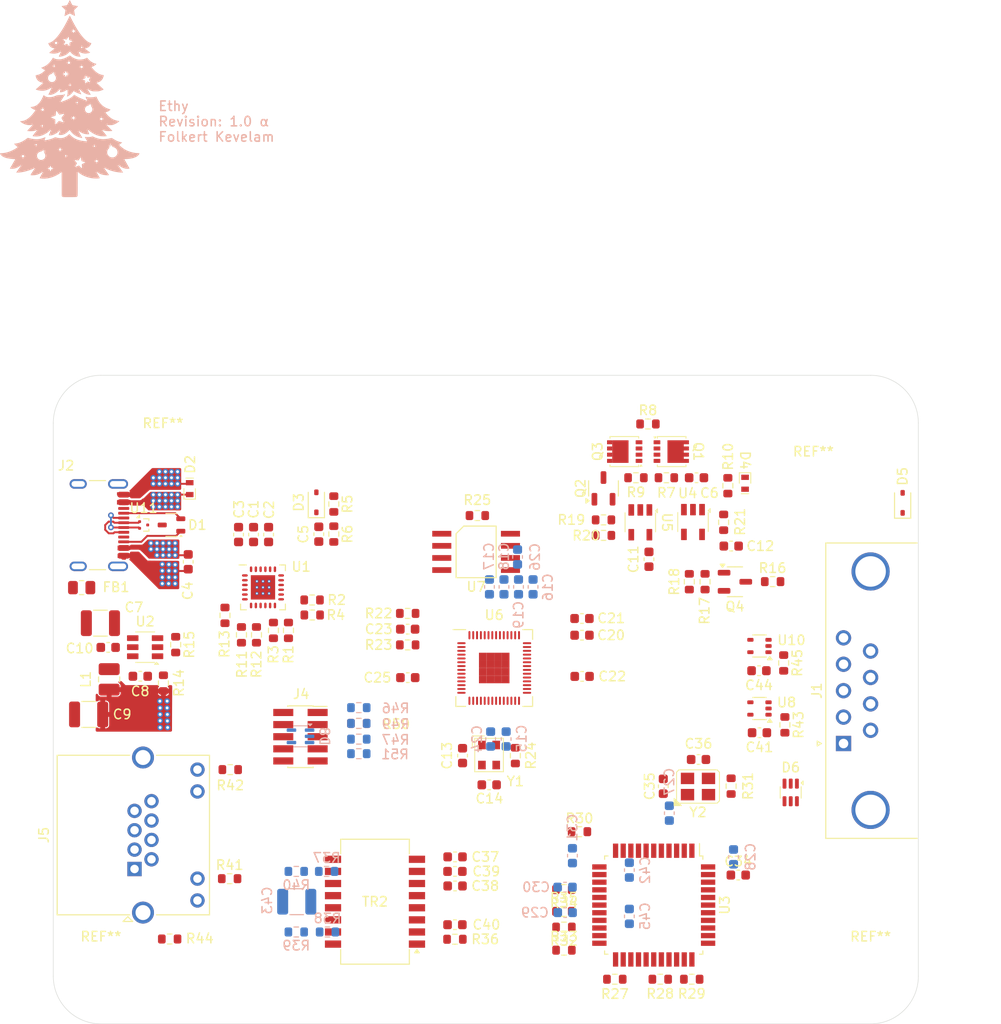
<source format=kicad_pcb>
(kicad_pcb
	(version 20241229)
	(generator "pcbnew")
	(generator_version "9.0")
	(general
		(thickness 1.6)
		(legacy_teardrops no)
	)
	(paper "A4")
	(layers
		(0 "F.Cu" signal)
		(4 "In1.Cu" signal)
		(6 "In2.Cu" signal)
		(2 "B.Cu" signal)
		(9 "F.Adhes" user "F.Adhesive")
		(11 "B.Adhes" user "B.Adhesive")
		(13 "F.Paste" user)
		(15 "B.Paste" user)
		(5 "F.SilkS" user "F.Silkscreen")
		(7 "B.SilkS" user "B.Silkscreen")
		(1 "F.Mask" user)
		(3 "B.Mask" user)
		(17 "Dwgs.User" user "User.Drawings")
		(19 "Cmts.User" user "User.Comments")
		(21 "Eco1.User" user "User.Eco1")
		(23 "Eco2.User" user "User.Eco2")
		(25 "Edge.Cuts" user)
		(27 "Margin" user)
		(31 "F.CrtYd" user "F.Courtyard")
		(29 "B.CrtYd" user "B.Courtyard")
		(35 "F.Fab" user)
		(33 "B.Fab" user)
		(39 "User.1" user)
		(41 "User.2" user)
		(43 "User.3" user)
		(45 "User.4" user)
	)
	(setup
		(stackup
			(layer "F.SilkS"
				(type "Top Silk Screen")
			)
			(layer "F.Paste"
				(type "Top Solder Paste")
			)
			(layer "F.Mask"
				(type "Top Solder Mask")
				(thickness 0.01)
			)
			(layer "F.Cu"
				(type "copper")
				(thickness 0.035)
			)
			(layer "dielectric 1"
				(type "prepreg")
				(thickness 0.1)
				(material "FR4")
				(epsilon_r 4.5)
				(loss_tangent 0.02)
			)
			(layer "In1.Cu"
				(type "copper")
				(thickness 0.035)
			)
			(layer "dielectric 2"
				(type "core")
				(thickness 1.24)
				(material "FR4")
				(epsilon_r 4.5)
				(loss_tangent 0.02)
			)
			(layer "In2.Cu"
				(type "copper")
				(thickness 0.035)
			)
			(layer "dielectric 3"
				(type "prepreg")
				(thickness 0.1)
				(material "FR4")
				(epsilon_r 4.5)
				(loss_tangent 0.02)
			)
			(layer "B.Cu"
				(type "copper")
				(thickness 0.035)
			)
			(layer "B.Mask"
				(type "Bottom Solder Mask")
				(thickness 0.01)
			)
			(layer "B.Paste"
				(type "Bottom Solder Paste")
			)
			(layer "B.SilkS"
				(type "Bottom Silk Screen")
			)
			(copper_finish "None")
			(dielectric_constraints no)
		)
		(pad_to_mask_clearance 0)
		(allow_soldermask_bridges_in_footprints no)
		(tenting front back)
		(pcbplotparams
			(layerselection 0x00000000_00000000_55555555_5755f5ff)
			(plot_on_all_layers_selection 0x00000000_00000000_00000000_00000000)
			(disableapertmacros no)
			(usegerberextensions no)
			(usegerberattributes yes)
			(usegerberadvancedattributes yes)
			(creategerberjobfile yes)
			(dashed_line_dash_ratio 12.000000)
			(dashed_line_gap_ratio 3.000000)
			(svgprecision 4)
			(plotframeref no)
			(mode 1)
			(useauxorigin no)
			(hpglpennumber 1)
			(hpglpenspeed 20)
			(hpglpendiameter 15.000000)
			(pdf_front_fp_property_popups yes)
			(pdf_back_fp_property_popups yes)
			(pdf_metadata yes)
			(pdf_single_document no)
			(dxfpolygonmode yes)
			(dxfimperialunits yes)
			(dxfusepcbnewfont yes)
			(psnegative no)
			(psa4output no)
			(plot_black_and_white yes)
			(sketchpadsonfab no)
			(plotpadnumbers no)
			(hidednponfab no)
			(sketchdnponfab yes)
			(crossoutdnponfab yes)
			(subtractmaskfromsilk no)
			(outputformat 1)
			(mirror no)
			(drillshape 0)
			(scaleselection 1)
			(outputdirectory "output/")
		)
	)
	(net 0 "")
	(net 1 "/Power/2v7")
	(net 2 "GND")
	(net 3 "Net-(U1-VREG_1V2)")
	(net 4 "Net-(U1-VDD)")
	(net 5 "/Power/Vbus")
	(net 6 "Net-(D3-K)")
	(net 7 "Net-(C6-Pad1)")
	(net 8 "+VDC")
	(net 9 "Net-(U2-CB)")
	(net 10 "Net-(U2-SW)")
	(net 11 "+3V3")
	(net 12 "Net-(U6-Xin)")
	(net 13 "Net-(C14-Pad2)")
	(net 14 "+1V1")
	(net 15 "Net-(U3-Vcap)")
	(net 16 "Net-(U3-OSC1)")
	(net 17 "Net-(C36-Pad1)")
	(net 18 "MAG_IN+")
	(net 19 "TPIN+")
	(net 20 "MAG_IN-")
	(net 21 "TPIN-")
	(net 22 "MAG_IN_Center")
	(net 23 "MAG_OUT_Center")
	(net 24 "Net-(C43-Pad2)")
	(net 25 "GNDPWR")
	(net 26 "/Power/CC2")
	(net 27 "/Power/CC1")
	(net 28 "Net-(D5-K)")
	(net 29 "DATA_LED")
	(net 30 "sense_2_proc")
	(net 31 "sense_1_proc")
	(net 32 "CLK_LED")
	(net 33 "/P3")
	(net 34 "/P4")
	(net 35 "/P2")
	(net 36 "/P1")
	(net 37 "Net-(J2-SHIELD)")
	(net 38 "Net-(U11-D+)")
	(net 39 "Net-(U11-D-)")
	(net 40 "RX+")
	(net 41 "TX-")
	(net 42 "Net-(J5-Pad10)")
	(net 43 "Net-(J5-Pad7)")
	(net 44 "Net-(J5-Pad4)")
	(net 45 "RX-")
	(net 46 "Net-(J5-Pad12)")
	(net 47 "TX+")
	(net 48 "Net-(Q1-Pad4)")
	(net 49 "Net-(Q2-G)")
	(net 50 "Net-(Q2-D)")
	(net 51 "Net-(Q4-D)")
	(net 52 "Net-(Q4-G)")
	(net 53 "Net-(U1-ADDR0)")
	(net 54 "Net-(U1-ADDR1)")
	(net 55 "Net-(U1-VBUS_VS_DISCH)")
	(net 56 "/Power/DISCH")
	(net 57 "SCL")
	(net 58 "SDA")
	(net 59 "RESET")
	(net 60 "Net-(U2-FB)")
	(net 61 "Discharge")
	(net 62 "Net-(R20-Pad2)")
	(net 63 "Net-(U1-VBUS_EN_SNK)")
	(net 64 "D-")
	(net 65 "D+")
	(net 66 "Net-(U6-Xout)")
	(net 67 "Net-(U6-QSPI_SS_N)")
	(net 68 "~{INT}")
	(net 69 "Net-(U3-PSPCFG0)")
	(net 70 "Net-(U3-Rbias)")
	(net 71 "Net-(U3-OSC2)")
	(net 72 "MAG_OUT+")
	(net 73 "MAG_OUT-")
	(net 74 "Net-(TR2-C_RX)")
	(net 75 "Net-(TR2-C_TX)")
	(net 76 "LED_B")
	(net 77 "LED_A")
	(net 78 "Net-(U6-SWCLK)")
	(net 79 "unconnected-(U1-POWER_OK3-Pad14)")
	(net 80 "unconnected-(U1-A_B_SIDE-Pad17)")
	(net 81 "unconnected-(U1-POWER_OK2-Pad20)")
	(net 82 "ALERT")
	(net 83 "unconnected-(U1-NC-Pad3)")
	(net 84 "unconnected-(U1-Attach-Pad11)")
	(net 85 "unconnected-(U1-GPIO-Pad15)")
	(net 86 "Net-(U3-AD3)")
	(net 87 "Net-(U3-AD12)")
	(net 88 "Net-(U3-AD14)")
	(net 89 "Net-(U3-AD10)")
	(net 90 "Net-(U3-AD5)")
	(net 91 "Net-(U3-AD9)")
	(net 92 "Net-(U3-AD4)")
	(net 93 "unconnected-(U3-CLKOUT-Pad23)")
	(net 94 "Net-(U3-AD2)")
	(net 95 "Net-(U3-AD11)")
	(net 96 "Net-(U3-AD8)")
	(net 97 "Net-(U3-AD13)")
	(net 98 "Net-(U3-AD1)")
	(net 99 "Net-(U3-AD0)")
	(net 100 "Net-(U3-AD6)")
	(net 101 "Net-(U3-AD7)")
	(net 102 "Net-(U4-Pad4)")
	(net 103 "Enable")
	(net 104 "Net-(U6-QSPI_SD2)")
	(net 105 "Net-(U6-QSPI_SD1)")
	(net 106 "MEAS_1")
	(net 107 "MEAS_2")
	(net 108 "Net-(U6-QSPI_SD3)")
	(net 109 "Net-(U6-QSPI_SCLK)")
	(net 110 "Net-(U6-QSPI_SD0)")
	(net 111 "Net-(U3-SI{slash}RD{slash}R~{W})")
	(net 112 "Net-(U3-~{CS}{slash}CS)")
	(net 113 "Net-(U3-SO{slash}WR{slash}EN)")
	(net 114 "Net-(U3-SCK{slash}AL)")
	(footprint "Resistor_SMD:R_0603_1608Metric" (layer "F.Cu") (at 110.00095 93.16895 -90))
	(footprint "Capacitor_SMD:C_0603_1608Metric" (layer "F.Cu") (at 159.6514 108.2806 180))
	(footprint "Resistor_SMD:R_0603_1608Metric" (layer "F.Cu") (at 111.72815 95.21315 90))
	(footprint "Capacitor_SMD:C_1210_3225Metric" (layer "F.Cu") (at 95.7054 103.5558 180))
	(footprint "Resistor_SMD:R_0603_1608Metric" (layer "F.Cu") (at 145.542 125.857 180))
	(footprint "Pyllr_Package_DFN_QFN:QFN-56_1EP_7.75x7.75mm_P0.4mm_3.2x3.2mm" (layer "F.Cu") (at 138.23 98.6875))
	(footprint "Resistor_SMD:R_0603_1608Metric" (layer "F.Cu") (at 121.412 84.645 -90))
	(footprint "Capacitor_SMD:C_0603_1608Metric" (layer "F.Cu") (at 137.7028 110.9361))
	(footprint "Capacitor_SMD:C_0603_1608Metric" (layer "F.Cu") (at 134.9088 107.8751 90))
	(footprint "Capacitor_SMD:C_0603_1608Metric" (layer "F.Cu") (at 134.125 118.491 180))
	(footprint "Resistor_SMD:R_0603_1608Metric" (layer "F.Cu") (at 160.3361 89.6404 -90))
	(footprint "Capacitor_SMD:C_0603_1608Metric" (layer "F.Cu") (at 163.078 85.9028 180))
	(footprint "Capacitor_SMD:C_0603_1608Metric" (layer "F.Cu") (at 134.112 120.015 180))
	(footprint "Pyllr_Package_Crystal:CFPX-180" (layer "F.Cu") (at 159.5954 111.1136))
	(footprint "Capacitor_SMD:C_0603_1608Metric" (layer "F.Cu") (at 147.447 99.568))
	(footprint "Resistor_SMD:R_0603_1608Metric" (layer "F.Cu") (at 153.0908 78.74))
	(footprint "MountingHole:MountingHole_3.2mm_M3" (layer "F.Cu") (at 97 73))
	(footprint "Resistor_SMD:R_0603_1608Metric" (layer "F.Cu") (at 154.3486 73.1012))
	(footprint "Connector_Dsub:DSUB-9_Pins_Horizontal_P2.77x2.84mm_EdgePinOffset4.94mm_Housed_MountingHolesOffset4.94mm" (layer "F.Cu") (at 174.8536 106.6066 90))
	(footprint "Pyllr_Package_SO:SOIC-8_5.28x5.28mm_P1.27mm" (layer "F.Cu") (at 136.333 86.5145))
	(footprint "Capacitor_SMD:C_0603_1608Metric" (layer "F.Cu") (at 112.99815 84.69755 90))
	(footprint "Package_TO_SOT_SMD:SOT-353_SC-70-5" (layer "F.Cu") (at 166.0398 102.934 180))
	(footprint "Resistor_SMD:R_0603_1608Metric" (layer "F.Cu") (at 103.5462 100.2758 90))
	(footprint "Resistor_SMD:R_0603_1608Metric" (layer "F.Cu") (at 145.542 128.27))
	(footprint "Resistor_SMD:R_0603_1608Metric" (layer "F.Cu") (at 145.529 121.92 180))
	(footprint "Capacitor_SMD:C_0603_1608Metric" (layer "F.Cu") (at 166.0398 105.474))
	(footprint "Capacitor_SMD:C_0603_1608Metric" (layer "F.Cu") (at 155.9554 111.0876 90))
	(footprint "Package_TO_SOT_SMD:SOT-353_SC-70-5" (layer "F.Cu") (at 166.0398 96.3808 180))
	(footprint "Resistor_SMD:R_0603_1608Metric" (layer "F.Cu") (at 158.6851 89.6404 -90))
	(footprint "Resistor_SMD:R_0603_1608Metric" (layer "F.Cu") (at 113.30295 95.21315 90))
	(footprint "Capacitor_SMD:C_0603_1608Metric" (layer "F.Cu") (at 111.42335 84.69755 90))
	(footprint "Capacitor_SMD:C_0603_1608Metric" (layer "F.Cu") (at 154.455 87.2868 -90))
	(footprint "Resistor_SMD:R_0603_1608Metric" (layer "F.Cu") (at 162.2856 83.4136 90))
	(footprint "Diode_SMD:D_SOD-323" (layer "F.Cu") (at 119.5832 81.3212 90))
	(footprint "Capacitor_SMD:C_0603_1608Metric" (layer "F.Cu") (at 119.8372 84.6572 -90))
	(footprint "MountingHole:MountingHole_3.2mm_M3" (layer "F.Cu") (at 97 131))
	(footprint "Capacitor_SMD:C_0603_1608Metric" (layer "F.Cu") (at 159.4416 78.74))
	(footprint "Capacitor_SMD:C_0603_1608Metric" (layer "F.Cu") (at 101.122 99.5528 180))
	(footprint "Resistor_SMD:R_0603_1608Metric" (layer "F.Cu") (at 155.638 131.318))
	(footprint "Pyllr_Package_TO_SOT_SMD:SOT23-5_2.6W" (layer "F.Cu") (at 153.548 83.4136 -90))
	(footprint "MountingHole:MountingHole_3.2mm_M3" (layer "F.Cu") (at 177.7 131))
	(footprint "Package_TO_SOT_SMD:SOT-23-3"
		(layer "F.Cu")
		(uuid "595fccf9-0fb5-4a91-9cfd-c5b02b1ec67d")
		(at 163.4665 89.6468)
		(descr "SOT, 3 Pin (JEDEC MO-178 inferred 3-pin variant https://www.jedec.org/document_search?search_api_views_fulltext=MO-178), generated with kicad-footprint-generator ipc_gullwing_generator.py")
		(tags "SOT TO_SOT_SMD")
		(property "Reference" "Q4"
			(at 0 2.606 0)
			(layer "F.SilkS")
			(uuid "cdeeacca-3927-4586-bc21-7eefd0829ae2")
			(effects
				(font
					(size 1 1)
					(thickness 0.15)
				)
			)
		)
		(property "Value" "Q_NMOS_GSD"
			(at 0 2.4 0)
			(layer "F.Fab")
			(uuid "e82fad7c-c234-41d4-ab8b-1ac60c6014b2")
			(effects
				(font
					(size 1 1)
					(thickness 0.15)
				)
			)
		)
		(property "Datasheet" ""
			(at 0 0 0)
			(layer "F.Fab")
			(hide yes)
			(uuid "1f90f61c-c6c0-4fec-9d92-b094306e6c98")
			(effects
				(font
					(size 1.27 1.27)
					(thickness 0.15)
				)
			)
		)
		(property "Description" "N-MOSFET transistor, gate/source/drain"
			(at 0 0 0)
			(layer "F.Fab")
			(hide yes)
			(uuid "81f5fa27-401c-459d-aee6-6350b1255c6a")
			(effects
				(font
					(size 1.27 1.27)
					(thickness 0.15)
				)
			)
		)
		(path "/3cc02aed-43c7-4ac6-b541-bd023de3d8a7/d02102c3-abcb-4232-bf44-e35ef7b6b3c5")
		(sheetname "/Power/")
		(sheetfile "Power.kicad_sch")
		(attr smd)
		(fp_line
			(start 0 -1.56)
			(end -0.8 -1.56)
			(stroke
				(width 0.12)
				(type solid)
			)
			(layer "F.SilkS")
			(uuid "509281c0-b28c-47bb-9457-fcdfbef74f4f")
		)
		(fp_line
			(start 0 -1.56)
			(end 0.8 -1.56)
			(stroke
				(width 0.12)
				(type solid)
			)
			(layer "F.SilkS")
			(uuid "4a0b74c3-d623-4901-ba2a-9d529ce3bd08")
		)
		(fp_line
			(start 0 1.56)
			(end -0.8 1.56)
			(stroke
				(width 0.12)
				(type solid)
			)
			(layer "F.SilkS")
			(uuid "9ca004ca-b796-4b62-bbcc-7609bb3971f7")
		)
		(fp_line
			(start 0 1.56)
			(end 0.8 1.56)
			(stroke
				(width 0.12)
				(type solid)
			)
			(layer "F.SilkS")
			(uuid "23738d2f-d70f-4ae1-a8c6-f8be608f7f54")
		)
		(fp_poly
			(pts
				(xy -1.3 -1.51) (xy -1.54 -1.84) (xy -1.06 -1.84)
			)
			(stroke
				(width 0.12)
				(type solid)
			)
			(fill yes)
			(layer "F.SilkS")
			(uuid "6646fdb3-4a4a-4f4e-ab6d-3935b95a2c63")
		)
		(fp_line
			(start -2.05 -1.5)
			(end -1.05 -1.5)
			(stroke
				(width 0.05)
				(type solid)
			)
			(layer "F.CrtYd")
			(uuid "ae373261-6deb-4645-b9ea-3bebb6f07f00")
		)
		(fp_line
			(start -2.05 1.5)
			(end -2.05 -1.5)
			(stroke
				(width 0.05)
				(type solid)
			)
			(layer "F.CrtYd")
			(uuid "d27bbf82-64b7-4b2b-8993-5c6c0ebe85ce")
		)
		(fp_line
			(start -1.05 -1.7)
			(end 1.05 -1.7)
			(stroke
				(width 0.05)
				(type solid)
			)
			(layer "F.CrtYd")
			(uuid "84bc04a2-2e65-4a93-a366-f14af2686c93")
		)
		(fp_line
			(start -1.05 -1.5)
			(end -1.05 -1.7)
			(stroke
				(width 0.05)
				(type solid)
			)
			(layer "F.CrtYd")
			(uuid "b039a173-0b95-4c73-b5b7-ce2ffb541bfd")
		)
		(fp_line
			(start -1.05 1.5)
			(end -2.05 1.5)
			(stroke
				(width 0.05)
				(type solid)
			)
			(layer "F.CrtYd")
			(uuid "0074c984-abe7-47b6-8cb3-97a7bc63a811")
		)
		(fp_line
			(start -1.05 1.7)
			(end -1.05 1.5)
			(stroke
				(width 0.05)
				(type solid)
			)
			(layer "F.CrtYd")
			(uuid "65ad416f-b7a5-4516-9e51-822067079531")
		)
		(fp_line
			(start 1.05 -1.7)
			(end 1.05 -0.55)
			(stroke
				(width 0.05)
				(type solid)
			)
			(layer "F.CrtYd")
			(uuid "362c38b4-5a9d-40f8-abec-82c67a4312c5")
		)
		(fp_line
			(start 1.05 -0.55)
			(end 2.05 -0.55)
			(stroke
				(width 0.05)
				(type solid)
			)
			(layer "F.CrtYd")
			(uuid "085a
... [661346 chars truncated]
</source>
